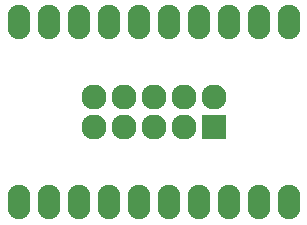
<source format=gbr>
G04 #@! TF.FileFunction,Soldermask,Top*
%FSLAX46Y46*%
G04 Gerber Fmt 4.6, Leading zero omitted, Abs format (unit mm)*
G04 Created by KiCad (PCBNEW 4.0.2+e4-6225~38~ubuntu14.04.1-stable) date Sun 09 Oct 2016 12:28:54 PM CEST*
%MOMM*%
G01*
G04 APERTURE LIST*
%ADD10C,0.100000*%
%ADD11O,1.924000X2.924000*%
%ADD12R,2.127200X2.127200*%
%ADD13O,2.127200X2.127200*%
G04 APERTURE END LIST*
D10*
D11*
X110490000Y-111760000D03*
X113030000Y-111760000D03*
X115570000Y-111760000D03*
X118110000Y-111760000D03*
X120650000Y-111760000D03*
X120650000Y-96520000D03*
X118110000Y-96520000D03*
X115570000Y-96520000D03*
X113030000Y-96520000D03*
X110490000Y-96520000D03*
X123190000Y-111760000D03*
X125730000Y-111760000D03*
X128270000Y-111760000D03*
X130810000Y-111760000D03*
X133350000Y-111760000D03*
X133350000Y-96520000D03*
X130810000Y-96520000D03*
X128270000Y-96520000D03*
X125730000Y-96520000D03*
X123190000Y-96520000D03*
D12*
X127000000Y-105410000D03*
D13*
X127000000Y-102870000D03*
X124460000Y-105410000D03*
X124460000Y-102870000D03*
X121920000Y-105410000D03*
X121920000Y-102870000D03*
X119380000Y-105410000D03*
X119380000Y-102870000D03*
X116840000Y-105410000D03*
X116840000Y-102870000D03*
M02*

</source>
